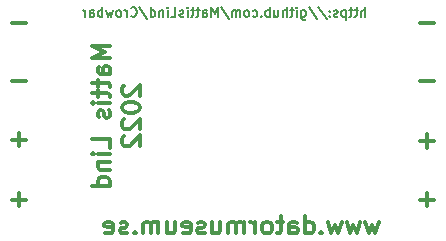
<source format=gbr>
G04 #@! TF.GenerationSoftware,KiCad,Pcbnew,5.0.2-bee76a0~70~ubuntu16.04.1*
G04 #@! TF.CreationDate,2022-01-22T20:55:08+01:00*
G04 #@! TF.ProjectId,Crowbar2,43726f77-6261-4723-922e-6b696361645f,rev?*
G04 #@! TF.SameCoordinates,Original*
G04 #@! TF.FileFunction,Legend,Bot*
G04 #@! TF.FilePolarity,Positive*
%FSLAX46Y46*%
G04 Gerber Fmt 4.6, Leading zero omitted, Abs format (unit mm)*
G04 Created by KiCad (PCBNEW 5.0.2-bee76a0~70~ubuntu16.04.1) date lör 22 jan 2022 20:55:08*
%MOMM*%
%LPD*%
G01*
G04 APERTURE LIST*
%ADD10C,0.150000*%
%ADD11C,0.300000*%
G04 APERTURE END LIST*
D10*
X114901761Y-61829904D02*
X114901761Y-61029904D01*
X114558904Y-61829904D02*
X114558904Y-61410857D01*
X114597000Y-61334666D01*
X114673190Y-61296571D01*
X114787476Y-61296571D01*
X114863666Y-61334666D01*
X114901761Y-61372761D01*
X114292238Y-61296571D02*
X113987476Y-61296571D01*
X114177952Y-61029904D02*
X114177952Y-61715619D01*
X114139857Y-61791809D01*
X114063666Y-61829904D01*
X113987476Y-61829904D01*
X113835095Y-61296571D02*
X113530333Y-61296571D01*
X113720809Y-61029904D02*
X113720809Y-61715619D01*
X113682714Y-61791809D01*
X113606523Y-61829904D01*
X113530333Y-61829904D01*
X113263666Y-61296571D02*
X113263666Y-62096571D01*
X113263666Y-61334666D02*
X113187476Y-61296571D01*
X113035095Y-61296571D01*
X112958904Y-61334666D01*
X112920809Y-61372761D01*
X112882714Y-61448952D01*
X112882714Y-61677523D01*
X112920809Y-61753714D01*
X112958904Y-61791809D01*
X113035095Y-61829904D01*
X113187476Y-61829904D01*
X113263666Y-61791809D01*
X112577952Y-61791809D02*
X112501761Y-61829904D01*
X112349380Y-61829904D01*
X112273190Y-61791809D01*
X112235095Y-61715619D01*
X112235095Y-61677523D01*
X112273190Y-61601333D01*
X112349380Y-61563238D01*
X112463666Y-61563238D01*
X112539857Y-61525142D01*
X112577952Y-61448952D01*
X112577952Y-61410857D01*
X112539857Y-61334666D01*
X112463666Y-61296571D01*
X112349380Y-61296571D01*
X112273190Y-61334666D01*
X111892238Y-61753714D02*
X111854142Y-61791809D01*
X111892238Y-61829904D01*
X111930333Y-61791809D01*
X111892238Y-61753714D01*
X111892238Y-61829904D01*
X111892238Y-61334666D02*
X111854142Y-61372761D01*
X111892238Y-61410857D01*
X111930333Y-61372761D01*
X111892238Y-61334666D01*
X111892238Y-61410857D01*
X110939857Y-60991809D02*
X111625571Y-62020380D01*
X110101761Y-60991809D02*
X110787476Y-62020380D01*
X109492238Y-61296571D02*
X109492238Y-61944190D01*
X109530333Y-62020380D01*
X109568428Y-62058476D01*
X109644619Y-62096571D01*
X109758904Y-62096571D01*
X109835095Y-62058476D01*
X109492238Y-61791809D02*
X109568428Y-61829904D01*
X109720809Y-61829904D01*
X109797000Y-61791809D01*
X109835095Y-61753714D01*
X109873190Y-61677523D01*
X109873190Y-61448952D01*
X109835095Y-61372761D01*
X109797000Y-61334666D01*
X109720809Y-61296571D01*
X109568428Y-61296571D01*
X109492238Y-61334666D01*
X109111285Y-61829904D02*
X109111285Y-61296571D01*
X109111285Y-61029904D02*
X109149380Y-61068000D01*
X109111285Y-61106095D01*
X109073190Y-61068000D01*
X109111285Y-61029904D01*
X109111285Y-61106095D01*
X108844619Y-61296571D02*
X108539857Y-61296571D01*
X108730333Y-61029904D02*
X108730333Y-61715619D01*
X108692238Y-61791809D01*
X108616047Y-61829904D01*
X108539857Y-61829904D01*
X108273190Y-61829904D02*
X108273190Y-61029904D01*
X107930333Y-61829904D02*
X107930333Y-61410857D01*
X107968428Y-61334666D01*
X108044619Y-61296571D01*
X108158904Y-61296571D01*
X108235095Y-61334666D01*
X108273190Y-61372761D01*
X107206523Y-61296571D02*
X107206523Y-61829904D01*
X107549380Y-61296571D02*
X107549380Y-61715619D01*
X107511285Y-61791809D01*
X107435095Y-61829904D01*
X107320809Y-61829904D01*
X107244619Y-61791809D01*
X107206523Y-61753714D01*
X106825571Y-61829904D02*
X106825571Y-61029904D01*
X106825571Y-61334666D02*
X106749380Y-61296571D01*
X106597000Y-61296571D01*
X106520809Y-61334666D01*
X106482714Y-61372761D01*
X106444619Y-61448952D01*
X106444619Y-61677523D01*
X106482714Y-61753714D01*
X106520809Y-61791809D01*
X106597000Y-61829904D01*
X106749380Y-61829904D01*
X106825571Y-61791809D01*
X106101761Y-61753714D02*
X106063666Y-61791809D01*
X106101761Y-61829904D01*
X106139857Y-61791809D01*
X106101761Y-61753714D01*
X106101761Y-61829904D01*
X105377952Y-61791809D02*
X105454142Y-61829904D01*
X105606523Y-61829904D01*
X105682714Y-61791809D01*
X105720809Y-61753714D01*
X105758904Y-61677523D01*
X105758904Y-61448952D01*
X105720809Y-61372761D01*
X105682714Y-61334666D01*
X105606523Y-61296571D01*
X105454142Y-61296571D01*
X105377952Y-61334666D01*
X104920809Y-61829904D02*
X104997000Y-61791809D01*
X105035095Y-61753714D01*
X105073190Y-61677523D01*
X105073190Y-61448952D01*
X105035095Y-61372761D01*
X104997000Y-61334666D01*
X104920809Y-61296571D01*
X104806523Y-61296571D01*
X104730333Y-61334666D01*
X104692238Y-61372761D01*
X104654142Y-61448952D01*
X104654142Y-61677523D01*
X104692238Y-61753714D01*
X104730333Y-61791809D01*
X104806523Y-61829904D01*
X104920809Y-61829904D01*
X104311285Y-61829904D02*
X104311285Y-61296571D01*
X104311285Y-61372761D02*
X104273190Y-61334666D01*
X104197000Y-61296571D01*
X104082714Y-61296571D01*
X104006523Y-61334666D01*
X103968428Y-61410857D01*
X103968428Y-61829904D01*
X103968428Y-61410857D02*
X103930333Y-61334666D01*
X103854142Y-61296571D01*
X103739857Y-61296571D01*
X103663666Y-61334666D01*
X103625571Y-61410857D01*
X103625571Y-61829904D01*
X102673190Y-60991809D02*
X103358904Y-62020380D01*
X102406523Y-61829904D02*
X102406523Y-61029904D01*
X102139857Y-61601333D01*
X101873190Y-61029904D01*
X101873190Y-61829904D01*
X101149380Y-61829904D02*
X101149380Y-61410857D01*
X101187476Y-61334666D01*
X101263666Y-61296571D01*
X101416047Y-61296571D01*
X101492238Y-61334666D01*
X101149380Y-61791809D02*
X101225571Y-61829904D01*
X101416047Y-61829904D01*
X101492238Y-61791809D01*
X101530333Y-61715619D01*
X101530333Y-61639428D01*
X101492238Y-61563238D01*
X101416047Y-61525142D01*
X101225571Y-61525142D01*
X101149380Y-61487047D01*
X100882714Y-61296571D02*
X100577952Y-61296571D01*
X100768428Y-61029904D02*
X100768428Y-61715619D01*
X100730333Y-61791809D01*
X100654142Y-61829904D01*
X100577952Y-61829904D01*
X100425571Y-61296571D02*
X100120809Y-61296571D01*
X100311285Y-61029904D02*
X100311285Y-61715619D01*
X100273190Y-61791809D01*
X100197000Y-61829904D01*
X100120809Y-61829904D01*
X99854142Y-61829904D02*
X99854142Y-61296571D01*
X99854142Y-61029904D02*
X99892238Y-61068000D01*
X99854142Y-61106095D01*
X99816047Y-61068000D01*
X99854142Y-61029904D01*
X99854142Y-61106095D01*
X99511285Y-61791809D02*
X99435095Y-61829904D01*
X99282714Y-61829904D01*
X99206523Y-61791809D01*
X99168428Y-61715619D01*
X99168428Y-61677523D01*
X99206523Y-61601333D01*
X99282714Y-61563238D01*
X99397000Y-61563238D01*
X99473190Y-61525142D01*
X99511285Y-61448952D01*
X99511285Y-61410857D01*
X99473190Y-61334666D01*
X99397000Y-61296571D01*
X99282714Y-61296571D01*
X99206523Y-61334666D01*
X98444619Y-61829904D02*
X98825571Y-61829904D01*
X98825571Y-61029904D01*
X98177952Y-61829904D02*
X98177952Y-61296571D01*
X98177952Y-61029904D02*
X98216047Y-61068000D01*
X98177952Y-61106095D01*
X98139857Y-61068000D01*
X98177952Y-61029904D01*
X98177952Y-61106095D01*
X97797000Y-61296571D02*
X97797000Y-61829904D01*
X97797000Y-61372761D02*
X97758904Y-61334666D01*
X97682714Y-61296571D01*
X97568428Y-61296571D01*
X97492238Y-61334666D01*
X97454142Y-61410857D01*
X97454142Y-61829904D01*
X96730333Y-61829904D02*
X96730333Y-61029904D01*
X96730333Y-61791809D02*
X96806523Y-61829904D01*
X96958904Y-61829904D01*
X97035095Y-61791809D01*
X97073190Y-61753714D01*
X97111285Y-61677523D01*
X97111285Y-61448952D01*
X97073190Y-61372761D01*
X97035095Y-61334666D01*
X96958904Y-61296571D01*
X96806523Y-61296571D01*
X96730333Y-61334666D01*
X95777952Y-60991809D02*
X96463666Y-62020380D01*
X95054142Y-61753714D02*
X95092238Y-61791809D01*
X95206523Y-61829904D01*
X95282714Y-61829904D01*
X95397000Y-61791809D01*
X95473190Y-61715619D01*
X95511285Y-61639428D01*
X95549380Y-61487047D01*
X95549380Y-61372761D01*
X95511285Y-61220380D01*
X95473190Y-61144190D01*
X95397000Y-61068000D01*
X95282714Y-61029904D01*
X95206523Y-61029904D01*
X95092238Y-61068000D01*
X95054142Y-61106095D01*
X94711285Y-61829904D02*
X94711285Y-61296571D01*
X94711285Y-61448952D02*
X94673190Y-61372761D01*
X94635095Y-61334666D01*
X94558904Y-61296571D01*
X94482714Y-61296571D01*
X94101761Y-61829904D02*
X94177952Y-61791809D01*
X94216047Y-61753714D01*
X94254142Y-61677523D01*
X94254142Y-61448952D01*
X94216047Y-61372761D01*
X94177952Y-61334666D01*
X94101761Y-61296571D01*
X93987476Y-61296571D01*
X93911285Y-61334666D01*
X93873190Y-61372761D01*
X93835095Y-61448952D01*
X93835095Y-61677523D01*
X93873190Y-61753714D01*
X93911285Y-61791809D01*
X93987476Y-61829904D01*
X94101761Y-61829904D01*
X93568428Y-61296571D02*
X93416047Y-61829904D01*
X93263666Y-61448952D01*
X93111285Y-61829904D01*
X92958904Y-61296571D01*
X92654142Y-61829904D02*
X92654142Y-61029904D01*
X92654142Y-61334666D02*
X92577952Y-61296571D01*
X92425571Y-61296571D01*
X92349380Y-61334666D01*
X92311285Y-61372761D01*
X92273190Y-61448952D01*
X92273190Y-61677523D01*
X92311285Y-61753714D01*
X92349380Y-61791809D01*
X92425571Y-61829904D01*
X92577952Y-61829904D01*
X92654142Y-61791809D01*
X91587476Y-61829904D02*
X91587476Y-61410857D01*
X91625571Y-61334666D01*
X91701761Y-61296571D01*
X91854142Y-61296571D01*
X91930333Y-61334666D01*
X91587476Y-61791809D02*
X91663666Y-61829904D01*
X91854142Y-61829904D01*
X91930333Y-61791809D01*
X91968428Y-61715619D01*
X91968428Y-61639428D01*
X91930333Y-61563238D01*
X91854142Y-61525142D01*
X91663666Y-61525142D01*
X91587476Y-61487047D01*
X91206523Y-61829904D02*
X91206523Y-61296571D01*
X91206523Y-61448952D02*
X91168428Y-61372761D01*
X91130333Y-61334666D01*
X91054142Y-61296571D01*
X90977952Y-61296571D01*
D11*
X86169428Y-62337142D02*
X85026571Y-62337142D01*
X86169428Y-67290142D02*
X85026571Y-67290142D01*
X120713428Y-62337142D02*
X119570571Y-62337142D01*
X120713428Y-67290142D02*
X119570571Y-67290142D01*
X120713428Y-72370142D02*
X119570571Y-72370142D01*
X120142000Y-72941571D02*
X120142000Y-71798714D01*
X120713428Y-77323142D02*
X119570571Y-77323142D01*
X120142000Y-77894571D02*
X120142000Y-76751714D01*
X86169428Y-77323142D02*
X85026571Y-77323142D01*
X85598000Y-77894571D02*
X85598000Y-76751714D01*
X86169428Y-72243142D02*
X85026571Y-72243142D01*
X85598000Y-72814571D02*
X85598000Y-71671714D01*
X93256571Y-64338142D02*
X91756571Y-64338142D01*
X92828000Y-64838142D01*
X91756571Y-65338142D01*
X93256571Y-65338142D01*
X93256571Y-66695285D02*
X92470857Y-66695285D01*
X92328000Y-66623857D01*
X92256571Y-66481000D01*
X92256571Y-66195285D01*
X92328000Y-66052428D01*
X93185142Y-66695285D02*
X93256571Y-66552428D01*
X93256571Y-66195285D01*
X93185142Y-66052428D01*
X93042285Y-65981000D01*
X92899428Y-65981000D01*
X92756571Y-66052428D01*
X92685142Y-66195285D01*
X92685142Y-66552428D01*
X92613714Y-66695285D01*
X92256571Y-67195285D02*
X92256571Y-67766714D01*
X91756571Y-67409571D02*
X93042285Y-67409571D01*
X93185142Y-67481000D01*
X93256571Y-67623857D01*
X93256571Y-67766714D01*
X92256571Y-68052428D02*
X92256571Y-68623857D01*
X91756571Y-68266714D02*
X93042285Y-68266714D01*
X93185142Y-68338142D01*
X93256571Y-68481000D01*
X93256571Y-68623857D01*
X93256571Y-69123857D02*
X92256571Y-69123857D01*
X91756571Y-69123857D02*
X91828000Y-69052428D01*
X91899428Y-69123857D01*
X91828000Y-69195285D01*
X91756571Y-69123857D01*
X91899428Y-69123857D01*
X93185142Y-69766714D02*
X93256571Y-69909571D01*
X93256571Y-70195285D01*
X93185142Y-70338142D01*
X93042285Y-70409571D01*
X92970857Y-70409571D01*
X92828000Y-70338142D01*
X92756571Y-70195285D01*
X92756571Y-69981000D01*
X92685142Y-69838142D01*
X92542285Y-69766714D01*
X92470857Y-69766714D01*
X92328000Y-69838142D01*
X92256571Y-69981000D01*
X92256571Y-70195285D01*
X92328000Y-70338142D01*
X93256571Y-72909571D02*
X93256571Y-72195285D01*
X91756571Y-72195285D01*
X93256571Y-73409571D02*
X92256571Y-73409571D01*
X91756571Y-73409571D02*
X91828000Y-73338142D01*
X91899428Y-73409571D01*
X91828000Y-73481000D01*
X91756571Y-73409571D01*
X91899428Y-73409571D01*
X92256571Y-74123857D02*
X93256571Y-74123857D01*
X92399428Y-74123857D02*
X92328000Y-74195285D01*
X92256571Y-74338142D01*
X92256571Y-74552428D01*
X92328000Y-74695285D01*
X92470857Y-74766714D01*
X93256571Y-74766714D01*
X93256571Y-76123857D02*
X91756571Y-76123857D01*
X93185142Y-76123857D02*
X93256571Y-75981000D01*
X93256571Y-75695285D01*
X93185142Y-75552428D01*
X93113714Y-75481000D01*
X92970857Y-75409571D01*
X92542285Y-75409571D01*
X92399428Y-75481000D01*
X92328000Y-75552428D01*
X92256571Y-75695285D01*
X92256571Y-75981000D01*
X92328000Y-76123857D01*
X94449428Y-67659571D02*
X94378000Y-67731000D01*
X94306571Y-67873857D01*
X94306571Y-68231000D01*
X94378000Y-68373857D01*
X94449428Y-68445285D01*
X94592285Y-68516714D01*
X94735142Y-68516714D01*
X94949428Y-68445285D01*
X95806571Y-67588142D01*
X95806571Y-68516714D01*
X94306571Y-69445285D02*
X94306571Y-69588142D01*
X94378000Y-69731000D01*
X94449428Y-69802428D01*
X94592285Y-69873857D01*
X94878000Y-69945285D01*
X95235142Y-69945285D01*
X95520857Y-69873857D01*
X95663714Y-69802428D01*
X95735142Y-69731000D01*
X95806571Y-69588142D01*
X95806571Y-69445285D01*
X95735142Y-69302428D01*
X95663714Y-69231000D01*
X95520857Y-69159571D01*
X95235142Y-69088142D01*
X94878000Y-69088142D01*
X94592285Y-69159571D01*
X94449428Y-69231000D01*
X94378000Y-69302428D01*
X94306571Y-69445285D01*
X94449428Y-70516714D02*
X94378000Y-70588142D01*
X94306571Y-70731000D01*
X94306571Y-71088142D01*
X94378000Y-71231000D01*
X94449428Y-71302428D01*
X94592285Y-71373857D01*
X94735142Y-71373857D01*
X94949428Y-71302428D01*
X95806571Y-70445285D01*
X95806571Y-71373857D01*
X94449428Y-71945285D02*
X94378000Y-72016714D01*
X94306571Y-72159571D01*
X94306571Y-72516714D01*
X94378000Y-72659571D01*
X94449428Y-72731000D01*
X94592285Y-72802428D01*
X94735142Y-72802428D01*
X94949428Y-72731000D01*
X95806571Y-71873857D01*
X95806571Y-72802428D01*
X116036857Y-79180571D02*
X115751142Y-80180571D01*
X115465428Y-79466285D01*
X115179714Y-80180571D01*
X114894000Y-79180571D01*
X114465428Y-79180571D02*
X114179714Y-80180571D01*
X113894000Y-79466285D01*
X113608285Y-80180571D01*
X113322571Y-79180571D01*
X112894000Y-79180571D02*
X112608285Y-80180571D01*
X112322571Y-79466285D01*
X112036857Y-80180571D01*
X111751142Y-79180571D01*
X111179714Y-80037714D02*
X111108285Y-80109142D01*
X111179714Y-80180571D01*
X111251142Y-80109142D01*
X111179714Y-80037714D01*
X111179714Y-80180571D01*
X109822571Y-80180571D02*
X109822571Y-78680571D01*
X109822571Y-80109142D02*
X109965428Y-80180571D01*
X110251142Y-80180571D01*
X110394000Y-80109142D01*
X110465428Y-80037714D01*
X110536857Y-79894857D01*
X110536857Y-79466285D01*
X110465428Y-79323428D01*
X110394000Y-79252000D01*
X110251142Y-79180571D01*
X109965428Y-79180571D01*
X109822571Y-79252000D01*
X108465428Y-80180571D02*
X108465428Y-79394857D01*
X108536857Y-79252000D01*
X108679714Y-79180571D01*
X108965428Y-79180571D01*
X109108285Y-79252000D01*
X108465428Y-80109142D02*
X108608285Y-80180571D01*
X108965428Y-80180571D01*
X109108285Y-80109142D01*
X109179714Y-79966285D01*
X109179714Y-79823428D01*
X109108285Y-79680571D01*
X108965428Y-79609142D01*
X108608285Y-79609142D01*
X108465428Y-79537714D01*
X107965428Y-79180571D02*
X107394000Y-79180571D01*
X107751142Y-78680571D02*
X107751142Y-79966285D01*
X107679714Y-80109142D01*
X107536857Y-80180571D01*
X107394000Y-80180571D01*
X106679714Y-80180571D02*
X106822571Y-80109142D01*
X106894000Y-80037714D01*
X106965428Y-79894857D01*
X106965428Y-79466285D01*
X106894000Y-79323428D01*
X106822571Y-79252000D01*
X106679714Y-79180571D01*
X106465428Y-79180571D01*
X106322571Y-79252000D01*
X106251142Y-79323428D01*
X106179714Y-79466285D01*
X106179714Y-79894857D01*
X106251142Y-80037714D01*
X106322571Y-80109142D01*
X106465428Y-80180571D01*
X106679714Y-80180571D01*
X105536857Y-80180571D02*
X105536857Y-79180571D01*
X105536857Y-79466285D02*
X105465428Y-79323428D01*
X105394000Y-79252000D01*
X105251142Y-79180571D01*
X105108285Y-79180571D01*
X104608285Y-80180571D02*
X104608285Y-79180571D01*
X104608285Y-79323428D02*
X104536857Y-79252000D01*
X104394000Y-79180571D01*
X104179714Y-79180571D01*
X104036857Y-79252000D01*
X103965428Y-79394857D01*
X103965428Y-80180571D01*
X103965428Y-79394857D02*
X103894000Y-79252000D01*
X103751142Y-79180571D01*
X103536857Y-79180571D01*
X103394000Y-79252000D01*
X103322571Y-79394857D01*
X103322571Y-80180571D01*
X101965428Y-79180571D02*
X101965428Y-80180571D01*
X102608285Y-79180571D02*
X102608285Y-79966285D01*
X102536857Y-80109142D01*
X102394000Y-80180571D01*
X102179714Y-80180571D01*
X102036857Y-80109142D01*
X101965428Y-80037714D01*
X101322571Y-80109142D02*
X101179714Y-80180571D01*
X100894000Y-80180571D01*
X100751142Y-80109142D01*
X100679714Y-79966285D01*
X100679714Y-79894857D01*
X100751142Y-79752000D01*
X100894000Y-79680571D01*
X101108285Y-79680571D01*
X101251142Y-79609142D01*
X101322571Y-79466285D01*
X101322571Y-79394857D01*
X101251142Y-79252000D01*
X101108285Y-79180571D01*
X100894000Y-79180571D01*
X100751142Y-79252000D01*
X99465428Y-80109142D02*
X99608285Y-80180571D01*
X99894000Y-80180571D01*
X100036857Y-80109142D01*
X100108285Y-79966285D01*
X100108285Y-79394857D01*
X100036857Y-79252000D01*
X99894000Y-79180571D01*
X99608285Y-79180571D01*
X99465428Y-79252000D01*
X99394000Y-79394857D01*
X99394000Y-79537714D01*
X100108285Y-79680571D01*
X98108285Y-79180571D02*
X98108285Y-80180571D01*
X98751142Y-79180571D02*
X98751142Y-79966285D01*
X98679714Y-80109142D01*
X98536857Y-80180571D01*
X98322571Y-80180571D01*
X98179714Y-80109142D01*
X98108285Y-80037714D01*
X97394000Y-80180571D02*
X97394000Y-79180571D01*
X97394000Y-79323428D02*
X97322571Y-79252000D01*
X97179714Y-79180571D01*
X96965428Y-79180571D01*
X96822571Y-79252000D01*
X96751142Y-79394857D01*
X96751142Y-80180571D01*
X96751142Y-79394857D02*
X96679714Y-79252000D01*
X96536857Y-79180571D01*
X96322571Y-79180571D01*
X96179714Y-79252000D01*
X96108285Y-79394857D01*
X96108285Y-80180571D01*
X95394000Y-80037714D02*
X95322571Y-80109142D01*
X95394000Y-80180571D01*
X95465428Y-80109142D01*
X95394000Y-80037714D01*
X95394000Y-80180571D01*
X94751142Y-80109142D02*
X94608285Y-80180571D01*
X94322571Y-80180571D01*
X94179714Y-80109142D01*
X94108285Y-79966285D01*
X94108285Y-79894857D01*
X94179714Y-79752000D01*
X94322571Y-79680571D01*
X94536857Y-79680571D01*
X94679714Y-79609142D01*
X94751142Y-79466285D01*
X94751142Y-79394857D01*
X94679714Y-79252000D01*
X94536857Y-79180571D01*
X94322571Y-79180571D01*
X94179714Y-79252000D01*
X92894000Y-80109142D02*
X93036857Y-80180571D01*
X93322571Y-80180571D01*
X93465428Y-80109142D01*
X93536857Y-79966285D01*
X93536857Y-79394857D01*
X93465428Y-79252000D01*
X93322571Y-79180571D01*
X93036857Y-79180571D01*
X92894000Y-79252000D01*
X92822571Y-79394857D01*
X92822571Y-79537714D01*
X93536857Y-79680571D01*
M02*

</source>
